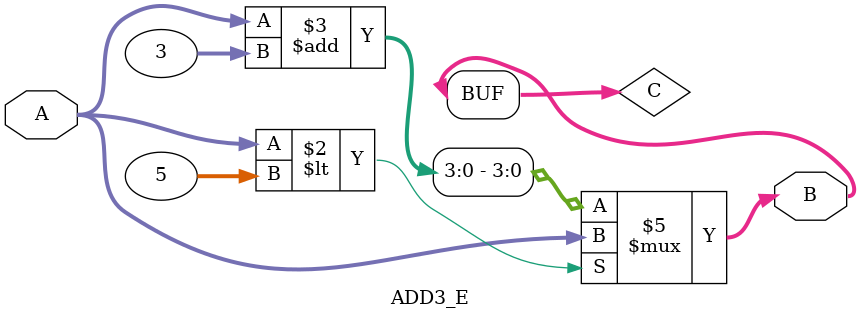
<source format=v>
module BCD_E(input clk, input [7:0] in, output reg[3:0] Units, output reg[3:0] Tens, output reg[3:0] Hunds);
wire [3:0] B1,B2,B3,B4,B5,B6,B7;
reg [3:0] B1_S,B2_S,B3_S,B4_S,B5_S,B6_S,B7_S;
reg [4:0] in1;
reg [3:0] in2;
reg [2:0] in3;
reg [1:0] in4;
reg in5,C1toC6_1st,C1toC6_2nd,C2toC6,C6toOut;

ADD3_E C1 ({1'b0,in[7:5]},B1);
ADD3_E C2 ({B1_S[2:0],in1[4]},B2);
ADD3_E C3 ({B2_S[2:0],in2[3]},B3);
ADD3_E C4 ({B3_S[2:0],in3[2]},B4);
ADD3_E C5 ({B4_S[2:0],in4[1]},B5);
ADD3_E C6 ({1'b0,C1toC6_2nd,C2toC6,B3_S[3]},B6);
ADD3_E C7 ({B6_S[2:0],B4_S[3]},B7);

always@(posedge clk)begin
B1_S<=B1;
B2_S<=B2;
B3_S<=B3;
B4_S<=B4;
B5_S<=B5;
B6_S<=B6;
B7_S<=B7;
in1<=in[4:0];
in2<=in1[3:0];
in3<=in2[2:0];
in4<=in3[1:0];
in5<=in4[0];
C1toC6_1st<=B1_S[3];
C1toC6_2nd<=C1toC6_1st;
C2toC6<=B2_S[3];
C6toOut<=B6_S[3];
Units <= {B5_S[2:0],in5};
Tens <= {B7_S[2:0],B5_S[3]};
Hunds <= {1'b0,1'b0,C6toOut,B7_S[3]};


end

endmodule

module ADD3_E(input [3:0] A , output [3:0] B);
reg [3:0] C;
always @ (A)
begin 
     if(A<5)
       begin
          C=A;
       end
     else begin
          C=A+3;  
       end
end
assign B = C;
endmodule
</source>
